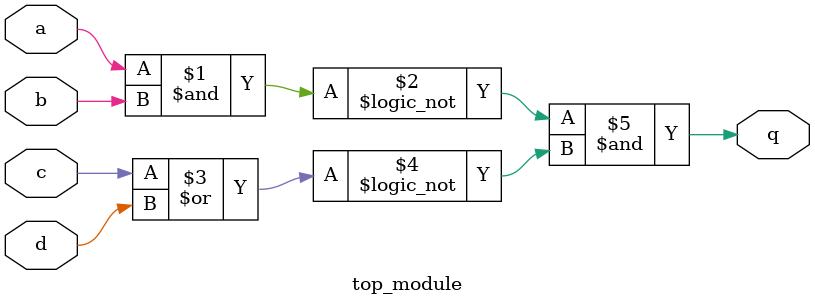
<source format=sv>
module top_module (
    input a,
    input b,
    input c,
    input d,
    output q
);

    assign q = !(a & b) & !(c | d);

endmodule

</source>
